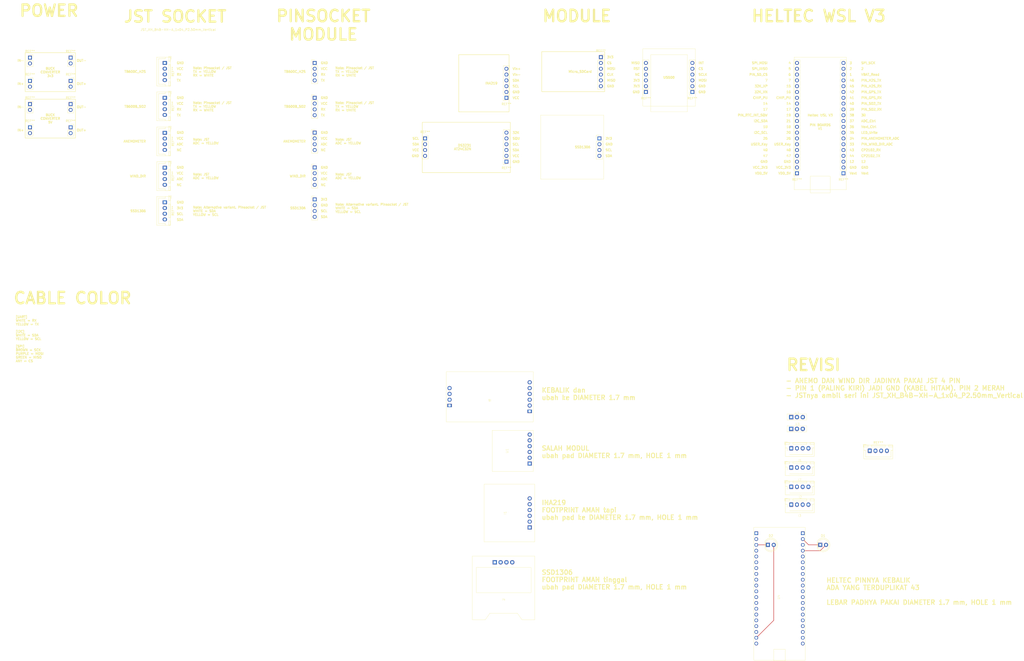
<source format=kicad_pcb>
(kicad_pcb (version 20241229) (generator "pcbnew") (generator_version "9.0")
  (layers (0 "F.Cu" signal) (2 "B.Cu" signal) (13 "F.Paste" user) (15 "B.Paste" user) (5 "F.SilkS" user "F.Silkscreen") (7 "B.SilkS" user "B.Silkscreen") (1 "F.Mask" user) (3 "B.Mask" user) (25 "Edge.Cuts" user))
  (net 0 "")
  (net 85 "Net-(D1-A)")
  (net 86 "Net-(D1-K)")
  (net 87 "Net-(D2-K)")
  (net 88 "Net-(D2-A)")
  (footprint "Custom Board:GPS" (layer "F.Cu") (at 222.23 297.33)
    (property "Reference" "I5" (at 0 1.1 0) (layer "F.SilkS") (effects (font (thickness 0.1))))
    (property "Value" "GPS")
    (pad "" np_thru_hole circle (at -5.35 -2.3) (size 1.2 1.2) (drill 1.2) (layers "*.Cu" "*.Mask"))
    (pad "1" thru_hole roundrect (at -3.75 -4.3) (size 1.7 1.95) (drill 1) (layers "*.Cu" "*.Mask") (roundrect_rratio 0.147059))
    (pad "2" thru_hole oval (at -1.25 -4.3) (size 1.7 1.95) (drill 1) (layers "*.Cu" "*.Mask"))
    (pad "3" thru_hole oval (at 1.25 -4.3) (size 1.7 1.95) (drill 0.95) (layers "*.Cu" "*.Mask"))
    (pad "4" thru_hole oval (at 3.75 -4.3) (size 1.7 1.95) (drill 0.95) (layers "*.Cu" "*.Mask"))
  )
  (footprint "Connector_PinSocket_2.54mm:PinSocket_1x06_P2.54mm_Vertical" (layer "F.Cu") (at 93.98 139.7 180)
    (property "Reference" "REF**" (at 0 -2.77 0) (layer "F.SilkS"))
    (property "Value" "PinSocket_1x06_P2.54mm_Vertical")
    (pad "1" thru_hole rect (at 0 0 180) (size 1.7 1.7) (drill 1) (layers "*.Cu" "*.Mask"))
    (pad "2" thru_hole circle (at 0 2.54 180) (size 1.7 1.7) (drill 1) (layers "*.Cu" "*.Mask"))
    (pad "3" thru_hole circle (at 0 5.08 180) (size 1.7 1.7) (drill 1) (layers "*.Cu" "*.Mask"))
    (pad "4" thru_hole circle (at 0 7.62 180) (size 1.7 1.7) (drill 1) (layers "*.Cu" "*.Mask"))
    (pad "5" thru_hole circle (at 0 10.16 180) (size 1.7 1.7) (drill 1) (layers "*.Cu" "*.Mask"))
    (pad "6" thru_hole circle (at 0 12.7 180) (size 1.7 1.7) (drill 1) (layers "*.Cu" "*.Mask"))
  )
  (footprint "Connector_PinSocket_2.54mm:PinSocket_1x20_P2.54mm_Vertical" (layer "F.Cu") (at 241.3 172.72 180)
    (property "Reference" "REF**" (at 0 -2.77 0) (layer "F.SilkS"))
    (property "Value" "PinSocket_1x20_P2.54mm_Vertical")
    (pad "1" thru_hole rect (at 0 0 180) (size 1.7 1.7) (drill 1) (layers "*.Cu" "*.Mask"))
    (pad "2" thru_hole circle (at 0 2.54 180) (size 1.7 1.7) (drill 1) (layers "*.Cu" "*.Mask"))
    (pad "3" thru_hole circle (at 0 5.08 180) (size 1.7 1.7) (drill 1) (layers "*.Cu" "*.Mask"))
    (pad "4" thru_hole circle (at 0 7.62 180) (size 1.7 1.7) (drill 1) (layers "*.Cu" "*.Mask"))
    (pad "5" thru_hole circle (at 0 10.16 180) (size 1.7 1.7) (drill 1) (layers "*.Cu" "*.Mask"))
    (pad "6" thru_hole circle (at 0 12.7 180) (size 1.7 1.7) (drill 1) (layers "*.Cu" "*.Mask"))
    (pad "7" thru_hole circle (at 0 15.24 180) (size 1.7 1.7) (drill 1) (layers "*.Cu" "*.Mask"))
    (pad "8" thru_hole circle (at 0 17.78 180) (size 1.7 1.7) (drill 1) (layers "*.Cu" "*.Mask"))
    (pad "9" thru_hole circle (at 0 20.32 180) (size 1.7 1.7) (drill 1) (layers "*.Cu" "*.Mask"))
    (pad "10" thru_hole circle (at 0 22.86 180) (size 1.7 1.7) (drill 1) (layers "*.Cu" "*.Mask"))
    (pad "11" thru_hole circle (at 0 25.4 180) (size 1.7 1.7) (drill 1) (layers "*.Cu" "*.Mask"))
    (pad "12" thru_hole circle (at 0 27.94 180) (size 1.7 1.7) (drill 1) (layers "*.Cu" "*.Mask"))
    (pad "13" thru_hole circle (at 0 30.48 180) (size 1.7 1.7) (drill 1) (layers "*.Cu" "*.Mask"))
    (pad "14" thru_hole circle (at 0 33.02 180) (size 1.7 1.7) (drill 1) (layers "*.Cu" "*.Mask"))
    (pad "15" thru_hole circle (at 0 35.56 180) (size 1.7 1.7) (drill 1) (layers "*.Cu" "*.Mask"))
    (pad "16" thru_hole circle (at 0 38.1 180) (size 1.7 1.7) (drill 1) (layers "*.Cu" "*.Mask"))
    (pad "17" thru_hole circle (at 0 40.64 180) (size 1.7 1.7) (drill 1) (layers "*.Cu" "*.Mask"))
    (pad "18" thru_hole circle (at 0 43.18 180) (size 1.7 1.7) (drill 1) (layers "*.Cu" "*.Mask"))
    (pad "19" thru_hole circle (at 0 45.72 180) (size 1.7 1.7) (drill 1) (layers "*.Cu" "*.Mask"))
    (pad "20" thru_hole circle (at 0 48.26 180) (size 1.7 1.7) (drill 1) (layers "*.Cu" "*.Mask"))
  )
  (footprint "Connector_PinHeader_2.54mm:PinHeader_1x04_P2.54mm_Vertical" (layer "F.Cu") (at 10.16 154.94)
    (property "Reference" "REF**" (hide yes))
    (property "Value" "PinHeader_1x04_P2.54mm_Vertical")
    (pad "1" thru_hole rect (at 0 0) (size 1.7 1.7) (drill 1) (layers "*.Cu" "*.Mask"))
    (pad "2" thru_hole circle (at 0 2.54) (size 1.7 1.7) (drill 1) (layers "*.Cu" "*.Mask"))
    (pad "3" thru_hole circle (at 0 5.08) (size 1.7 1.7) (drill 1) (layers "*.Cu" "*.Mask"))
    (pad "4" thru_hole circle (at 0 7.62) (size 1.7 1.7) (drill 1) (layers "*.Cu" "*.Mask"))
  )
  (footprint "Connector_JST:JST_XH_B4B-XH-A_1x04_P2.50mm_Vertical" (layer "F.Cu") (at -55.355 185.42 -90)
    (property "Reference" "REF**" (at 3.75 -3.55 90) (layer "F.SilkS"))
    (property "Value" "JST_XH_B4B-XH-A_1x04_P2.50mm_Vertical")
    (pad "1" thru_hole roundrect (at 0 0 270) (size 1.7 1.95) (drill 0.95) (layers "*.Cu" "*.Mask") (roundrect_rratio 0.147059))
    (pad "2" thru_hole oval (at 2.5 0 270) (size 1.7 1.95) (drill 0.95) (layers "*.Cu" "*.Mask"))
    (pad "3" thru_hole oval (at 5 0 270) (size 1.7 1.95) (drill 0.95) (layers "*.Cu" "*.Mask"))
    (pad "4" thru_hole oval (at 7.5 0 270) (size 1.7 1.95) (drill 0.95) (layers "*.Cu" "*.Mask"))
  )
  (footprint "Connector_JST:JST_XH_B4B-XH-A_1x04_P2.50mm_Vertical" (layer "F.Cu") (at -55.355 124.46 -90)
    (property "Reference" "REF**" (at 3.75 -3.55 90) (layer "F.SilkS"))
    (property "Value" "JST_XH_B4B-XH-A_1x04_P2.50mm_Vertical")
    (pad "1" thru_hole roundrect (at 0 0 270) (size 1.7 1.95) (drill 0.95) (layers "*.Cu" "*.Mask") (roundrect_rratio 0.147059))
    (pad "2" thru_hole oval (at 2.5 0 270) (size 1.7 1.95) (drill 0.95) (layers "*.Cu" "*.Mask"))
    (pad "3" thru_hole oval (at 5 0 270) (size 1.7 1.95) (drill 0.95) (layers "*.Cu" "*.Mask"))
    (pad "4" thru_hole oval (at 7.5 0 270) (size 1.7 1.95) (drill 0.95) (layers "*.Cu" "*.Mask"))
  )
  (footprint "Connector_PinSocket_2.54mm:PinSocket_1x20_P2.54mm_Vertical" (layer "F.Cu") (at 220.98 172.72 180)
    (property "Reference" "REF**" (at 0 -2.77 0) (layer "F.SilkS"))
    (property "Value" "PinSocket_1x20_P2.54mm_Vertical")
    (pad "1" thru_hole rect (at 0 0 180) (size 1.7 1.7) (drill 1) (layers "*.Cu" "*.Mask"))
    (pad "2" thru_hole circle (at 0 2.54 180) (size 1.7 1.7) (drill 1) (layers "*.Cu" "*.Mask"))
    (pad "3" thru_hole circle (at 0 5.08 180) (size 1.7 1.7) (drill 1) (layers "*.Cu" "*.Mask"))
    (pad "4" thru_hole circle (at 0 7.62 180) (size 1.7 1.7) (drill 1) (layers "*.Cu" "*.Mask"))
    (pad "5" thru_hole circle (at 0 10.16 180) (size 1.7 1.7) (drill 1) (layers "*.Cu" "*.Mask"))
    (pad "6" thru_hole circle (at 0 12.7 180) (size 1.7 1.7) (drill 1) (layers "*.Cu" "*.Mask"))
    (pad "7" thru_hole circle (at 0 15.24 180) (size 1.7 1.7) (drill 1) (layers "*.Cu" "*.Mask"))
    (pad "8" thru_hole circle (at 0 17.78 180) (size 1.7 1.7) (drill 1) (layers "*.Cu" "*.Mask"))
    (pad "9" thru_hole circle (at 0 20.32 180) (size 1.7 1.7) (drill 1) (layers "*.Cu" "*.Mask"))
    (pad "10" thru_hole circle (at 0 22.86 180) (size 1.7 1.7) (drill 1) (layers "*.Cu" "*.Mask"))
    (pad "11" thru_hole circle (at 0 25.4 180) (size 1.7 1.7) (drill 1) (layers "*.Cu" "*.Mask"))
    (pad "12" thru_hole circle (at 0 27.94 180) (size 1.7 1.7) (drill 1) (layers "*.Cu" "*.Mask"))
    (pad "13" thru_hole circle (at 0 30.48 180) (size 1.7 1.7) (drill 1) (layers "*.Cu" "*.Mask"))
    (pad "14" thru_hole circle (at 0 33.02 180) (size 1.7 1.7) (drill 1) (layers "*.Cu" "*.Mask"))
    (pad "15" thru_hole circle (at 0 35.56 180) (size 1.7 1.7) (drill 1) (layers "*.Cu" "*.Mask"))
    (pad "16" thru_hole circle (at 0 38.1 180) (size 1.7 1.7) (drill 1) (layers "*.Cu" "*.Mask"))
    (pad "17" thru_hole circle (at 0 40.64 180) (size 1.7 1.7) (drill 1) (layers "*.Cu" "*.Mask"))
    (pad "18" thru_hole circle (at 0 43.18 180) (size 1.7 1.7) (drill 1) (layers "*.Cu" "*.Mask"))
    (pad "19" thru_hole circle (at 0 45.72 180) (size 1.7 1.7) (drill 1) (layers "*.Cu" "*.Mask"))
    (pad "20" thru_hole circle (at 0 48.26 180) (size 1.7 1.7) (drill 1) (layers "*.Cu" "*.Mask"))
  )
  (footprint "Connector_JST:JST_XH_B4B-XH-A_1x04_P2.50mm_Vertical" (layer "F.Cu") (at -55.355 155.02 -90)
    (property "Reference" "REF**" (at 3.75 -3.55 90) (layer "F.SilkS"))
    (property "Value" "JST_XH_B4B-XH-A_1x04_P2.50mm_Vertical")
    (pad "1" thru_hole roundrect (at 0 0 270) (size 1.7 1.95) (drill 0.95) (layers "*.Cu" "*.Mask") (roundrect_rratio 0.147059))
    (pad "2" thru_hole oval (at 2.5 0 270) (size 1.7 1.95) (drill 0.95) (layers "*.Cu" "*.Mask"))
    (pad "3" thru_hole oval (at 5 0 270) (size 1.7 1.95) (drill 0.95) (layers "*.Cu" "*.Mask"))
    (pad "4" thru_hole oval (at 7.5 0 270) (size 1.7 1.95) (drill 0.95) (layers "*.Cu" "*.Mask"))
  )
  (footprint "Connector_PinSocket_2.54mm:PinSocket_1x04_P2.54mm_Vertical" (layer "F.Cu") (at 58.42 157.48)
    (property "Reference" "REF**" (at 0 -2.77 0) (layer "F.SilkS"))
    (property "Value" "PinSocket_1x04_P2.54mm_Vertical")
    (pad "1" thru_hole rect (at 0 0) (size 1.7 1.7) (drill 1) (layers "*.Cu" "*.Mask"))
    (pad "2" thru_hole circle (at 0 2.54) (size 1.7 1.7) (drill 1) (layers "*.Cu" "*.Mask"))
    (pad "3" thru_hole circle (at 0 5.08) (size 1.7 1.7) (drill 1) (layers "*.Cu" "*.Mask"))
    (pad "4" thru_hole circle (at 0 7.62) (size 1.7 1.7) (drill 1) (layers "*.Cu" "*.Mask"))
  )
  (footprint "Custom Board:SSD1306 On-board" (layer "F.Cu") (at 92.752519 354.181265)
    (property "Reference" "I4" (at 0 5 0) (layer "F.SilkS") (effects (font (thickness 0.1))))
    (property "Value" "SSD1306​")
    (pad "1" thru_hole rect (at -3.852519 -11.281265) (size 1.9 1.9) (drill 1) (layers "*.Cu" "*.Mask"))
    (pad "2" thru_hole circle (at -1.312519 -11.281265) (size 1.9 1.9) (drill 0.95) (layers "*.Cu" "*.Mask"))
    (pad "3" thru_hole circle (at 1.227481 -11.281265) (size 1.9 1.9) (drill 0.95) (layers "*.Cu" "*.Mask"))
    (pad "4" thru_hole circle (at 3.767481 -11.281265) (size 1.9 1.9) (drill 0.95) (layers "*.Cu" "*.Mask"))
  )
  (footprint "Connector_PinSocket_2.54mm:PinSocket_1x06_P2.54mm_Vertical" (layer "F.Cu") (at 135.255 121.92)
    (property "Reference" "REF**" (at 0 -2.77 0) (layer "F.SilkS"))
    (property "Value" "PinSocket_1x06_P2.54mm_Vertical")
    (pad "1" thru_hole rect (at 0 0) (size 1.7 1.7) (drill 1) (layers "*.Cu" "*.Mask"))
    (pad "2" thru_hole circle (at 0 2.54) (size 1.7 1.7) (drill 1) (layers "*.Cu" "*.Mask"))
    (pad "3" thru_hole circle (at 0 5.08) (size 1.7 1.7) (drill 1) (layers "*.Cu" "*.Mask"))
    (pad "4" thru_hole circle (at 0 7.62) (size 1.7 1.7) (drill 1) (layers "*.Cu" "*.Mask"))
    (pad "5" thru_hole circle (at 0 10.16) (size 1.7 1.7) (drill 1) (layers "*.Cu" "*.Mask"))
    (pad "6" thru_hole circle (at 0 12.7) (size 1.7 1.7) (drill 1) (layers "*.Cu" "*.Mask"))
  )
  (footprint "Connector_PinSocket_2.54mm:PinSocket_1x06_P2.54mm_Vertical" (layer "F.Cu") (at 93.98 167.64 180)
    (property "Reference" "REF**" (at 0 -2.77 0) (layer "F.SilkS"))
    (property "Value" "PinSocket_1x06_P2.54mm_Vertical")
    (pad "1" thru_hole rect (at 0 0 180) (size 1.7 1.7) (drill 1) (layers "*.Cu" "*.Mask"))
    (pad "2" thru_hole circle (at 0 2.54 180) (size 1.7 1.7) (drill 1) (layers "*.Cu" "*.Mask"))
    (pad "3" thru_hole circle (at 0 5.08 180) (size 1.7 1.7) (drill 1) (layers "*.Cu" "*.Mask"))
    (pad "4" thru_hole circle (at 0 7.62 180) (size 1.7 1.7) (drill 1) (layers "*.Cu" "*.Mask"))
    (pad "5" thru_hole circle (at 0 10.16 180) (size 1.7 1.7) (drill 1) (layers "*.Cu" "*.Mask"))
    (pad "6" thru_hole circle (at 0 12.7 180) (size 1.7 1.7) (drill 1) (layers "*.Cu" "*.Mask"))
  )
  (footprint "Connector_PinHeader_2.54mm:PinHeader_1x04_P2.54mm_Vertical" (layer "F.Cu") (at 10.16 139.7)
    (property "Reference" "REF**" (hide yes))
    (property "Value" "PinHeader_1x04_P2.54mm_Vertical")
    (pad "1" thru_hole rect (at 0 0) (size 1.7 1.7) (drill 1) (layers "*.Cu" "*.Mask"))
    (pad "2" thru_hole circle (at 0 2.54) (size 1.7 1.7) (drill 1) (layers "*.Cu" "*.Mask"))
    (pad "3" thru_hole circle (at 0 5.08) (size 1.7 1.7) (drill 1) (layers "*.Cu" "*.Mask"))
    (pad "4" thru_hole circle (at 0 7.62) (size 1.7 1.7) (drill 1) (layers "*.Cu" "*.Mask"))
  )
  (footprint "Connector_PinSocket_2.54mm:PinSocket_1x02_P2.54mm_Vertical" (layer "F.Cu") (at -96.52 152.61486)
    (property "Reference" "REF**" (at 0 -2.77 0) (layer "F.SilkS"))
    (property "Value" "PinSocket_1x02_P2.54mm_Vertical")
    (pad "1" thru_hole rect (at 0 0) (size 1.7 1.7) (drill 1) (layers "*.Cu" "*.Mask"))
    (pad "2" thru_hole circle (at 0 2.54) (size 1.7 1.7) (drill 1) (layers "*.Cu" "*.Mask"))
  )
  (footprint "Custom Board:GPS" (layer "F.Cu") (at 222.23 305.755)
    (property "Reference" "I7" (at 0 1.1 0) (layer "F.SilkS") (effects (font (thickness 0.1))))
    (property "Value" "GPS")
    (pad "" np_thru_hole circle (at -5.35 -2.3) (size 1.2 1.2) (drill 1.2) (layers "*.Cu" "*.Mask"))
    (pad "1" thru_hole roundrect (at -3.75 -4.3) (size 1.7 1.95) (drill 1) (layers "*.Cu" "*.Mask") (roundrect_rratio 0.147059))
    (pad "2" thru_hole oval (at -1.25 -4.3) (size 1.7 1.95) (drill 1) (layers "*.Cu" "*.Mask"))
    (pad "3" thru_hole oval (at 1.25 -4.3) (size 1.7 1.95) (drill 0.95) (layers "*.Cu" "*.Mask"))
    (pad "4" thru_hole oval (at 3.75 -4.3) (size 1.7 1.95) (drill 0.95) (layers "*.Cu" "*.Mask"))
  )
  (footprint "Connector_JST:JST_XH_B4B-XH-A_1x04_P2.50mm_Vertical" (layer "F.Cu") (at -55.355 170.26 -90)
    (property "Reference" "REF**" (at 3.75 -3.55 90) (layer "F.SilkS"))
    (property "Value" "JST_XH_B4B-XH-A_1x04_P2.50mm_Vertical")
    (pad "1" thru_hole roundrect (at 0 0 270) (size 1.7 1.95) (drill 0.95) (layers "*.Cu" "*.Mask") (roundrect_rratio 0.147059))
    (pad "2" thru_hole oval (at 2.5 0 270) (size 1.7 1.95) (drill 0.95) (layers "*.Cu" "*.Mask"))
    (pad "3" thru_hole oval (at 5 0 270) (size 1.7 1.95) (drill 0.95) (layers "*.Cu" "*.Mask"))
    (pad "4" thru_hole oval (at 7.5 0 270) (size 1.7 1.95) (drill 0.95) (layers "*.Cu" "*.Mask"))
  )
  (footprint "Connector_PinSocket_2.54mm:PinSocket_1x02_P2.54mm_Vertical" (layer "F.Cu") (at -114.3 132.29486)
    (property "Reference" "REF**" (at 0 -2.77 0) (layer "F.SilkS"))
    (property "Value" "PinSocket_1x02_P2.54mm_Vertical")
    (pad "1" thru_hole rect (at 0 0) (size 1.7 1.7) (drill 1) (layers "*.Cu" "*.Mask"))
    (pad "2" thru_hole circle (at 0 2.54) (size 1.7 1.7) (drill 1) (layers "*.Cu" "*.Mask"))
  )
  (footprint "LED_THT:LED_D5.0mm" (layer "F.Cu") (at 231.14 335.28)
    (property "Reference" "D1" (at 1.27 -3.96 0) (layer "F.SilkS"))
    (property "Value" "LED")
    (pad "1" thru_hole rect (at 0 0) (size 1.8 1.8) (drill 0.9) (layers "*.Cu" "*.Mask") (net 86 "Net-(D1-K)"))
    (pad "2" thru_hole circle (at 2.54 0) (size 1.8 1.8) (drill 0.9) (layers "*.Cu" "*.Mask") (net 85 "Net-(D1-A)"))
  )
  (footprint "Custom Board:Anemometer" (layer "F.Cu") (at 222.23704 279.445185)
    (property "Reference" "U2" (at -1.298238 -1.728933 0) (layer "F.SilkS") (effects (font (thickness 0.1))))
    (property "Value" "Anemometer")
    (pad "1" thru_hole rect (at -3.79704 -0.045185) (size 1.9 1.9) (drill 1) (layers "*.Cu" "*.Mask"))
    (pad "2" thru_hole circle (at -1.25704 -0.045185) (size 1.9 1.9) (drill 0.95) (layers "*.Cu" "*.Mask"))
    (pad "3" thru_hole circle (at 1.28296 -0.045185) (size 1.9 1.9) (drill 0.95) (layers "*.Cu" "*.Mask"))
  )
  (footprint "Custom Board:TB600B" (layer "F.Cu") (at 222.33 311.48)
    (property "Reference" "I2" (at 0.1 2.95 0) (layer "F.SilkS") (effects (font (thickness 0.1))))
    (property "Value" "TB600B SO2")
    (pad "" np_thru_hole circle (at -5.45 0.4) (size 1.2 1.2) (drill 1.2) (layers "*.Cu" "*.Mask"))
    (pad "1" thru_hole roundrect (at -3.85 -1.6) (size 1.7 1.95) (drill 1) (layers "*.Cu" "*.Mask") (roundrect_rratio 0.147059))
    (pad "2" thru_hole oval (at -1.35 -1.6) (size 1.7 1.95) (drill 1) (layers "*.Cu" "*.Mask"))
    (pad "3" thru_hole oval (at 1.15 -1.6) (size 1.7 1.95) (drill 0.95) (layers "*.Cu" "*.Mask"))
    (pad "4" thru_hole oval (at 3.65 -1.6) (size 1.7 1.95) (drill 0.95) (layers "*.Cu" "*.Mask"))
  )
  (footprint "LED_THT:LED_D5.0mm" (layer "F.Cu") (at 208.28 335.28)
    (property "Reference" "D2" (at 1.27 -3.96 0) (layer "F.SilkS"))
    (property "Value" "LED")
    (pad "1" thru_hole rect (at 0 0) (size 1.8 1.8) (drill 0.9) (layers "*.Cu" "*.Mask") (net 87 "Net-(D2-K)"))
    (pad "2" thru_hole circle (at 2.54 0) (size 1.8 1.8) (drill 0.9) (layers "*.Cu" "*.Mask") (net 88 "Net-(D2-A)"))
  )
  (footprint "Connector_PinSocket_2.54mm:PinSocket_1x02_P2.54mm_Vertical" (layer "F.Cu") (at -114.3 122.13486)
    (property "Reference" "REF**" (at 0 -2.77 0) (layer "F.SilkS"))
    (property "Value" "PinSocket_1x02_P2.54mm_Vertical")
    (pad "1" thru_hole rect (at 0 0) (size 1.7 1.7) (drill 1) (layers "*.Cu" "*.Mask"))
    (pad "2" thru_hole circle (at 0 2.54) (size 1.7 1.7) (drill 1) (layers "*.Cu" "*.Mask"))
  )
  (footprint "Connector_PinSocket_2.54mm:PinSocket_1x02_P2.54mm_Vertical" (layer "F.Cu") (at -96.52 142.45486)
    (property "Reference" "REF**" (at 0 -2.77 0) (layer "F.SilkS"))
    (property "Value" "PinSocket_1x02_P2.54mm_Vertical")
    (pad "1" thru_hole rect (at 0 0) (size 1.7 1.7) (drill 1) (layers "*.Cu" "*.Mask"))
    (pad "2" thru_hole circle (at 0 2.54) (size 1.7 1.7) (drill 1) (layers "*.Cu" "*.Mask"))
  )
  (footprint "Custom Board:SPI SD Card" (layer "F.Cu") (at 96.746578 294.168712 90)
    (property "Reference" "U1" (at 0 -2.5 90) (layer "F.SilkS") (effects (font (thickness 0.1))))
    (property "Value" "SPI SD-CARD")
    (pad "1" thru_hole rect (at -5.551288 7.393422 90) (size 1.8 1.8) (drill 0.95) (layers "*.Cu" "*.Mask"))
    (pad "2" thru_hole circle (at -3.011288 7.393422 90) (size 1.8 1.8) (drill 0.95) (layers "*.Cu" "*.Mask"))
    (pad "3" thru_hole circle (at -0.471288 7.393422 90) (size 1.8 1.8) (drill 0.95) (layers "*.Cu" "*.Mask"))
    (pad "4" thru_hole circle (at 2.068712 7.393422 90) (size 1.8 1.8) (drill 0.95) (layers "*.Cu" "*.Mask"))
    (pad "5" thru_hole circle (at 4.608712 7.393422 90) (size 1.8 1.8) (drill 0.95) (layers "*.Cu" "*.Mask"))
    (pad "6" thru_hole circle (at 7.148712 7.393422 90) (size 1.8 1.8) (drill 0.95) (layers "*.Cu" "*.Mask"))
  )
  (footprint "Connector_PinHeader_2.54mm:PinHeader_1x04_P2.54mm_Vertical" (layer "F.Cu") (at 134.62 157.48)
    (property "Reference" "REF**" (hide yes))
    (property "Value" "PinHeader_1x04_P2.54mm_Vertical")
    (pad "1" thru_hole rect (at 0 0) (size 1.7 1.7) (drill 1) (layers "*.Cu" "*.Mask"))
    (pad "2" thru_hole circle (at 0 2.54) (size 1.7 1.7) (drill 1) (layers "*.Cu" "*.Mask"))
    (pad "3" thru_hole circle (at 0 5.08) (size 1.7 1.7) (drill 1) (layers "*.Cu" "*.Mask"))
    (pad "4" thru_hole circle (at 0 7.62) (size 1.7 1.7) (drill 1) (layers "*.Cu" "*.Mask"))
  )
  (footprint "Connector_PinHeader_2.54mm:PinHeader_1x04_P2.54mm_Vertical" (layer "F.Cu") (at 10.16 124.46)
    (property "Reference" "REF**" (hide yes))
    (property "Value" "PinHeader_1x04_P2.54mm_Vertical")
    (pad "1" thru_hole rect (at 0 0) (size 1.7 1.7) (drill 1) (layers "*.Cu" "*.Mask"))
    (pad "2" thru_hole circle (at 0 2.54) (size 1.7 1.7) (drill 1) (layers "*.Cu" "*.Mask"))
    (pad "3" thru_hole circle (at 0 5.08) (size 1.7 1.7) (drill 1) (layers "*.Cu" "*.Mask"))
    (pad "4" thru_hole circle (at 0 7.62) (size 1.7 1.7) (drill 1) (layers "*.Cu" "*.Mask"))
  )
  (footprint "Connector_PinSocket_2.54mm:PinSocket_1x02_P2.54mm_Vertical" (layer "F.Cu") (at -96.52 132.29486)
    (property "Reference" "REF**" (at 0 -2.77 0) (layer "F.SilkS"))
    (property "Value" "PinSocket_1x02_P2.54mm_Vertical")
    (pad "1" thru_hole rect (at 0 0) (size 1.7 1.7) (drill 1) (layers "*.Cu" "*.Mask"))
    (pad "2" thru_hole circle (at 0 2.54) (size 1.7 1.7) (drill 1) (layers "*.Cu" "*.Mask"))
  )
  (footprint "Connector_PinSocket_2.54mm:PinSocket_1x02_P2.54mm_Vertical" (layer "F.Cu") (at -96.52 122.13486)
    (property "Reference" "REF**" (at 0 -2.77 0) (layer "F.SilkS"))
    (property "Value" "PinSocket_1x02_P2.54mm_Vertical")
    (pad "1" thru_hole rect (at 0 0) (size 1.7 1.7) (drill 1) (layers "*.Cu" "*.Mask"))
    (pad "2" thru_hole circle (at 0 2.54) (size 1.7 1.7) (drill 1) (layers "*.Cu" "*.Mask"))
  )
  (footprint "Custom Board:DS3231" (layer "F.Cu") (at 85.39 270.44 180)
    (property "Reference" "I6" (at -1.32 -1.584507 180) (layer "F.SilkS") (effects (font (thickness 0.1))))
    (property "Value" "DS3231​")
    (pad "1" thru_hole rect (at -18.75 -6.42 180) (size 2 1.47) (drill 1) (layers "*.Cu" "*.Mask"))
    (pad "2" thru_hole circle (at -18.75 -3.88 180) (size 1.8 1.8) (drill 1) (layers "*.Cu" "*.Mask"))
    (pad "3" thru_hole circle (at -18.75 -1.34 180) (size 1.8 1.8) (drill 1) (layers "*.Cu" "*.Mask"))
    (pad "4" thru_hole circle (at -18.75 1.2 180) (size 1.8 1.8) (drill 1) (layers "*.Cu" "*.Mask"))
    (pad "5" thru_hole circle (at -18.75 3.74 180) (size 1.8 1.8) (drill 1) (layers "*.Cu" "*.Mask"))
    (pad "6" thru_hole circle (at -18.75 6.28 180) (size 1.8 1.8) (drill 1) (layers "*.Cu" "*.Mask"))
    (pad "7" thru_hole rect (at 16.275 -3.880001 180) (size 2 1.47) (drill 1) (layers "*.Cu" "*.Mask"))
    (pad "8" thru_hole circle (at 16.275 -1.340001 180) (size 1.8 1.8) (drill 1) (layers "*.Cu" "*.Mask"))
    (pad "9" thru_hole circle (at 16.275 1.199999 180) (size 1.8 1.8) (drill 1) (layers "*.Cu" "*.Mask"))
    (pad "10" thru_hole circle (at 16.275 3.739999 180) (size 1.8 1.8) (drill 1) (layers "*.Cu" "*.Mask"))
  )
  (footprint "Custom Board:HELTEC WSL V3 JP" (layer "F.Cu") (at 214.5 358.14 90)
    (property "Reference" "U4" (at 0 -1.5 90) (layer "F.SilkS") (effects (font (thickness 0.1))))
    (property "Value" "Heltec WSL V3 JP")
    (pad "1" thru_hole rect (at 27.94 9.02 90) (size 1.6 1.6) (drill 1) (layers "*.Cu" "*.Mask"))
    (pad "2" thru_hole circle (at 25.4 9.02 90) (size 1.6 1.6) (drill 1) (layers "*.Cu" "*.Mask") (net 86 "Net-(D1-K)"))
    (pad "3" thru_hole circle (at 22.86 9.02 90) (size 1.6 1.6) (drill 1) (layers "*.Cu" "*.Mask"))
    (pad "4" thru_hole circle (at 20.32 9.02 90) (size 1.6 1.6) (drill 1) (layers "*.Cu" "*.Mask") (net 85 "Net-(D1-A)"))
    (pad "5" thru_hole circle (at 17.78 9.02 90) (size 1.6 1.6) (drill 1) (layers "*.Cu" "*.Mask"))
    (pad "6" thru_hole circle (at 15.24 9.02 90) (size 1.6 1.6) (drill 1) (layers "*.Cu" "*.Mask"))
    (pad "7" thru_hole circle (at 12.7 9.02 90) (size 1.6 1.6) (drill 1) (layers "*.Cu" "*.Mask"))
    (pad "8" thru_hole circle (at 10.16 9.02 90) (size 1.6 1.6) (drill 1) (layers "*.Cu" "*.Mask"))
    (pad "9" thru_hole circle (at 7.62 9.02 90) (size 1.6 1.6) (drill 1) (layers "*.Cu" "*.Mask"))
    (pad "10" thru_hole circle (at 5.08 9.02 90) (size 1.6 1.6) (drill 1) (layers "*.Cu" "*.Mask"))
    (pad "11" thru_hole circle (at 2.54 9.02 90) (size 1.6 1.6) (drill 1) (layers "*.Cu" "*.Mask"))
    (pad "12" thru_hole circle (at 0 9.02 90) (size 1.6 1.6) (drill 1) (layers "*.Cu" "*.Mask"))
    (pad "13" thru_hole circle (at -2.54 9.02 90) (size 1.6 1.6) (drill 1) (layers "*.Cu" "*.Mask"))
    (pad "14" thru_hole circle (at -5.08 9.02 90) (size 1.6 1.6) (drill 1) (layers "*.Cu" "*.Mask"))
    (pad "15" thru_hole circle (at -7.62 9.02 90) (size 1.6 1.6) (drill 1) (layers "*.Cu" "*.Mask"))
    (pad "16" thru_hole circle (at -10.16 9.02 90) (size 1.6 1.6) (drill 1) (layers "*.Cu" "*.Mask"))
    (pad "17" thru_hole circle (at -12.7 9.02 90) (size 1.6 1.6) (drill 1) (layers "*.Cu" "*.Mask"))
    (pad "18" thru_hole circle (at -15.24 9.02 90) (size 1.6 1.6) (drill 1) (layers "*.Cu" "*.Mask"))
    (pad "19" thru_hole circle (at -17.78 9.02 90) (size 1.6 1.6) (drill 1) (layers "*.Cu" "*.Mask"))
    (pad "20" thru_hole circle (at -20.32 9.02 90) (size 1.6 1.6) (drill 1) (layers "*.Cu" "*.Mask"))
    (pad "21" thru_hole rect (at 27.94 -11.3 90) (size 1.6 1.6) (drill 1) (layers "*.Cu" "*.Mask"))
    (pad "22" thru_hole circle (at 25.4 -11.3 90) (size 1.6 1.6) (drill 1) (layers "*.Cu" "*.Mask"))
    (pad "23" thru_hole circle (at 22.86 -11.3 90) (size 1.6 1.6) (drill 1) (layers "*.Cu" "*.Mask") (net 87 "Net-(D2-K)"))
    (pad "24" thru_hole circle (at 20.32 -11.3 90) (size 1.6 1.6) (drill 1) (layers "*.Cu" "*.Mask"))
    (pad "25" thru_hole circle (at 17.78 -11.3 90) (size 1.6 1.6) (drill 1) (layers "*.Cu" "*.Mask"))
    (pad "26" thru_hole circle (at 15.24 -11.3 90) (size 1.6 1.6) (drill 1) (layers "*.Cu" "*.Mask"))
    (pad "27" thru_hole circle (at 12.7 -11.3 90) (size 1.6 1.6) (drill 1) (layers "*.Cu" "*.Mask"))
    (pad "28" thru_hole circle (at 10.16 -11.3 90) (size 1.6 1.6) (drill 1) (layers "*.Cu" "*.Mask"))
    (pad "29" thru_hole circle (at 7.62 -11.3 90) (size 1.6 1.6) (drill 1) (layers "*.Cu" "*.Mask"))
    (pad "30" thru_hole circle (at 5.08 -11.3 90) (size 1.6 1.6) (drill 1) (layers "*.Cu" "*.Mask"))
    (pad "31" thru_hole circle (at 2.54 -11.3 90) (size 1.6 1.6) (drill 1) (layers "*.Cu" "*.Mask"))
    (pad "32" thru_hole circle (at 0 -11.3 90) (size 1.6 1.6) (drill 1) (layers "*.Cu" "*.Mask"))
    (pad "33" thru_hole circle (at -2.54 -11.3 90) (size 1.6 1.6) (drill 1) (layers "*.Cu" "*.Mask"))
    (pad "34" thru_hole circle (at -5.08 -11.3 90) (size 1.6 1.6) (drill 1) (layers "*.Cu" "*.Mask"))
    (pad "35" thru_hole circle (at -7.62 -11.3 90) (size 1.6 1.6) (drill 1) (layers "*.Cu" "*.Mask"))
    (pad "36" thru_hole circle (at -10.16 -11.3 90) (size 1.6 1.6) (drill 1) (layers "*.Cu" "*.Mask"))
    (pad "37" thru_hole circle (at -12.7 -11.3 90) (size 1.6 1.6) (drill 1) (layers "*.Cu" "*.Mask"))
    (pad "38" thru_hole circle (at -15.24 -11.3 90) (size 1.6 1.6) (drill 1) (layers "*.Cu" "*.Mask"))
    (pad "39" thru_hole circle (at -17.78 -11.3 90) (size 1.6 1.6) (drill 1) (layers "*.Cu" "*.Mask") (net 88 "Net-(D2-A)"))
    (pad "40" thru_hole circle (at -20.32 -11.3 90) (size 1.6 1.6) (drill 1) (layers "*.Cu" "*.Mask"))
  )
  (footprint "Custom Board:INA219" (layer "F.Cu") (at 95.394127 321.321154 90)
    (property "Reference" "I1" (at 0 -2 90) (layer "F.SilkS") (effects (font (thickness 0.1))))
    (property "Value" "INA219")
    (pad "1" thru_hole rect (at -6.338846 8.745873 90) (size 1.8 1.8) (drill 1) (layers "*.Cu" "*.Mask"))
    (pad "2" thru_hole circle (at -3.798846 8.745873 90) (size 1.8 1.8) (drill 1) (layers "*.Cu" "*.Mask"))
    (pad "3" thru_hole circle (at -1.258846 8.745873 90) (size 1.8 1.8) (drill 1) (layers "*.Cu" "*.Mask"))
    (pad "4" thru_hole circle (at 1.281154 8.745873 90) (size 1.8 1.8) (drill 1) (layers "*.Cu" "*.Mask"))
    (pad "5" thru_hole circle (at 3.821154 8.745873 90) (size 1.8 1.8) (drill 1) (layers "*.Cu" "*.Mask"))
    (pad "6" thru_hole circle (at 6.361154 8.745873 90) (size 1.8 1.8) (drill 1) (layers "*.Cu" "*.Mask"))
  )
  (footprint "Connector_PinSocket_2.54mm:PinSocket_1x02_P2.54mm_Vertical" (layer "F.Cu") (at -114.3 142.45486)
    (property "Reference" "REF**" (at 0 -2.77 0) (layer "F.SilkS"))
    (property "Value" "PinSocket_1x02_P2.54mm_Vertical")
    (pad "1" thru_hole rect (at 0 0) (size 1.7 1.7) (drill 1) (layers "*.Cu" "*.Mask"))
    (pad "2" thru_hole circle (at 0 2.54) (size 1.7 1.7) (drill 1) (layers "*.Cu" "*.Mask"))
  )
  (footprint "Custom Board:Wind Direction" (layer "F.Cu") (at 222.23704 284.571496)
    (property "Reference" "U3" (at -1.1 -2.15 0) (layer "F.SilkS") (effects (font (thickness 0.1))))
    (property "Value" "Wind Direction")
    (pad "1" thru_hole rect (at -3.79704 -0.045185) (size 1.9 1.9) (drill 1) (layers "*.Cu" "*.Mask"))
    (pad "2" thru_hole circle (at -1.25704 -0.045185) (size 1.9 1.9) (drill 0.95) (layers "*.Cu" "*.Mask"))
    (pad "3" thru_hole circle (at 1.28296 -0.045185) (size 1.9 1.9) (drill 0.95) (layers "*.Cu" "*.Mask"))
  )
  (footprint "Custom Board:TB600C" (layer "F.Cu") (at 222.155 319.28)
    (property "Reference" "I3" (at 0 3.2 0) (layer "F.SilkS") (effects (font (thickness 0.1))))
    (property "Value" "TB600C H2S")
    (pad "" np_thru_hole circle (at -5.275 0.4) (size 1.2 1.2) (drill 1.2) (layers "*.Cu" "*.Mask"))
    (pad "1" thru_hole roundrect (at -3.675 -1.6) (size 1.7 1.95) (drill 1) (layers "*.Cu" "*.Mask") (roundrect_rratio 0.147059))
    (pad "2" thru_hole oval (at -1.175 -1.6) (size 1.7 1.95) (drill 1) (layers "*.Cu" "*.Mask"))
    (pad "3" thru_hole oval (at 1.325 -1.6) (size 1.7 1.95) (drill 0.95) (layers "*.Cu" "*.Mask"))
    (pad "4" thru_hole oval (at 3.825 -1.6) (size 1.7 1.95) (drill 0.95) (layers "*.Cu" "*.Mask"))
  )
  (footprint "Connector_PinSocket_2.54mm:PinSocket_1x06_P2.54mm_Vertical" (layer "F.Cu") (at 175.26 137.16 180)
    (property "Reference" "REF**" (at 0 -2.77 0) (layer "F.SilkS"))
    (property "Value" "PinSocket_1x06_P2.54mm_Vertical")
    (pad "1" thru_hole rect (at 0 0 180) (size 1.7 1.7) (drill 1) (layers "*.Cu" "*.Mask"))
    (pad "2" thru_hole circle (at 0 2.54 180) (size 1.7 1.7) (drill 1) (layers "*.Cu" "*.Mask"))
    (pad "3" thru_hole circle (at 0 5.08 180) (size 1.7 1.7) (drill 1) (layers "*.Cu" "*.Mask"))
    (pad "4" thru_hole circle (at 0 7.62 180) (size 1.7 1.7) (drill 1) (layers "*.Cu" "*.Mask"))
    (pad "5" thru_hole circle (at 0 10.16 180) (size 1.7 1.7) (drill 1) (layers "*.Cu" "*.Mask"))
    (pad "6" thru_hole circle (at 0 12.7 180) (size 1.7 1.7) (drill 1) (layers "*.Cu" "*.Mask"))
  )
  (footprint "Connector_JST:JST_XH_B4B-XH-A_1x04_P2.50mm_Vertical" (layer "F.Cu") (at -55.355 139.7 -90)
    (property "Reference" "REF**" (at 3.75 -3.55 90) (layer "F.SilkS"))
    (property "Value" "JST_XH_B4B-XH-A_1x04_P2.50mm_Vertical")
    (pad "1" thru_hole roundrect (at 0 0 270) (size 1.7 1.95) (drill 0.95) (layers "*.Cu" "*.Mask") (roundrect_rratio 0.147059))
    (pad "2" thru_hole oval (at 2.5 0 270) (size 1.7 1.95) (drill 0.95) (layers "*.Cu" "*.Mask"))
    (pad "3" thru_hole oval (at 5 0 270) (size 1.7 1.95) (drill 0.95) (layers "*.Cu" "*.Mask"))
    (pad "4" thru_hole oval (at 7.5 0 270) (size 1.7 1.95) (drill 0.95) (layers "*.Cu" "*.Mask"))
  )
  (footprint "Connector_PinHeader_2.54mm:PinHeader_1x04_P2.54mm_Vertical" (layer "F.Cu") (at 10.16 184.15)
    (property "Reference" "REF**" (hide yes))
    (property "Value" "PinHeader_1x04_P2.54mm_Vertical")
    (pad "1" thru_hole rect (at 0 0) (size 1.7 1.7) (drill 1) (layers "*.Cu" "*.Mask"))
    (pad "2" thru_hole circle (at 0 2.54) (size 1.7 1.7) (drill 1) (layers "*.Cu" "*.Mask"))
    (pad "3" thru_hole circle (at 0 5.08) (size 1.7 1.7) (drill 1) (layers "*.Cu" "*.Mask"))
    (pad "4" thru_hole circle (at 0 7.62) (size 1.7 1.7) (drill 1) (layers "*.Cu" "*.Mask"))
  )
  (footprint "Connector_PinHeader_2.54mm:PinHeader_1x04_P2.54mm_Vertical" (layer "F.Cu") (at 10.16 170.18)
    (property "Reference" "REF**" (hide yes))
    (property "Value" "PinHeader_1x04_P2.54mm_Vertical")
    (pad "1" thru_hole rect (at 0 0) (size 1.7 1.7) (drill 1) (layers "*.Cu" "*.Mask"))
    (pad "2" thru_hole circle (at 0 2.54) (size 1.7 1.7) (drill 1) (layers "*.Cu" "*.Mask"))
    (pad "3" thru_hole circle (at 0 5.08) (size 1.7 1.7) (drill 1) (layers "*.Cu" "*.Mask"))
    (pad "4" thru_hole circle (at 0 7.62) (size 1.7 1.7) (drill 1) (layers "*.Cu" "*.Mask"))
  )
  (footprint "Connector_PinSocket_2.54mm:PinSocket_1x06_P2.54mm_Vertical" (layer "F.Cu") (at 154.94 137.16 180)
    (property "Reference" "REF**" (at 0 -2.77 0) (layer "F.SilkS"))
    (property "Value" "PinSocket_1x06_P2.54mm_Vertical")
    (pad "1" thru_hole rect (at 0 0 180) (size 1.7 1.7) (drill 1) (layers "*.Cu" "*.Mask"))
    (pad "2" thru_hole circle (at 0 2.54 180) (size 1.7 1.7) (drill 1) (layers "*.Cu" "*.Mask"))
    (pad "3" thru_hole circle (at 0 5.08 180) (size 1.7 1.7) (drill 1) (layers "*.Cu" "*.Mask"))
    (pad "4" thru_hole circle (at 0 7.62 180) (size 1.7 1.7) (drill 1) (layers "*.Cu" "*.Mask"))
    (pad "5" thru_hole circle (at 0 10.16 180) (size 1.7 1.7) (drill 1) (layers "*.Cu" "*.Mask"))
    (pad "6" thru_hole circle (at 0 12.7 180) (size 1.7 1.7) (drill 1) (layers "*.Cu" "*.Mask"))
  )
  (footprint "Connector_PinSocket_2.54mm:PinSocket_1x02_P2.54mm_Vertical" (layer "F.Cu") (at -114.3 152.61486)
    (property "Reference" "REF**" (at 0 -2.77 0) (layer "F.SilkS"))
    (property "Value" "PinSocket_1x02_P2.54mm_Vertical")
    (pad "1" thru_hole rect (at 0 0) (size 1.7 1.7) (drill 1) (layers "*.Cu" "*.Mask"))
    (pad "2" thru_hole circle (at 0 2.54) (size 1.7 1.7) (drill 1) (layers "*.Cu" "*.Mask"))
  )
  (footprint "Connector_JST:JST_XH_B4B-XH-A_1x04_P2.50mm_Vertical" (layer "F.Cu") (at 252.79 294.115)
    (property "Reference" "REF**" (at 3.75 -3.55 0) (layer "F.SilkS"))
    (property "Value" "JST_XH_B4B-XH-A_1x04_P2.50mm_Vertical")
    (pad "1" thru_hole roundrect (at 0 0) (size 1.7 1.95) (drill 0.95) (layers "*.Cu" "*.Mask") (roundrect_rratio 0.147059))
    (pad "2" thru_hole oval (at 2.5 0) (size 1.7 1.95) (drill 0.95) (layers "*.Cu" "*.Mask"))
    (pad "3" thru_hole oval (at 5 0) (size 1.7 1.95) (drill 0.95) (layers "*.Cu" "*.Mask"))
    (pad "4" thru_hole oval (at 7.5 0) (size 1.7 1.95) (drill 0.95) (layers "*.Cu" "*.Mask"))
  )
  (gr_rect (start 57.205 150.43) (end 95.705 172.43) (stroke (width 0.2)) (fill no) (layer "F.SilkS"))
  (gr_rect (start 226.79 173.99) (end 235.49 181.29) (stroke (width 0.1)) (fill no) (layer "F.SilkS"))
  (gr_rect (start -116.41 119.98486) (end -94.41 136.98486) (stroke (width 0.2)) (fill no) (layer "F.SilkS"))
  (gr_rect (start -116.41 140.30486) (end -94.41 157.30486) (stroke (width 0.2)) (fill no) (layer "F.SilkS"))
  (gr_rect (start 73.12 120.85) (end 95.12 145.85) (stroke (width 0.2)) (fill no) (layer "F.SilkS"))
  (gr_rect (start 153.6 118.31) (end 176.6 143.31) (stroke (width 0.1)) (fill no) (layer "F.SilkS"))
  (gr_rect (start 157.1 120.85) (end 173.1 145.85) (stroke (width 0.1)) (fill no) (layer "F.SilkS"))
  (gr_rect (start 109.43 119.52) (end 136.93 137.02) (stroke (width 0.2)) (fill no) (layer "F.SilkS"))
  (gr_rect (start 219.735572 121.94) (end 242.57 179.94) (stroke (width 0.1)) (fill no) (layer "F.SilkS"))
  (gr_rect (start 108.925 147.29) (end 136.525 175.29) (stroke (width 0.1)) (fill no) (layer "F.SilkS"))
  (gr_text "GND" (at 218.44 167.64 0) (layer "F.SilkS") (effects (font (size 1 1) (thickness 0.25) (bold yes)) (justify right)))
  (gr_text "HELTEC PINNYA KEBALIK\nADA YANG TERDUPLIKAT 43\n\nLEBAR PADNYA PAKAI DIAMETER 1.7 mm, HOLE 1 mm" (at 233.68 355.6 0) (layer "F.SilkS") (effects (font (size 2 2) (thickness 0.4) (bold yes)) (justify left)))
  (gr_text "GND" (at 137.16 160.02 0) (layer "F.SilkS") (effects (font (size 1 1) (thickness 0.25) (bold yes)) (justify left)))
  (gr_text "26" (at 218.44 157.48 0) (layer "F.SilkS") (effects (font (size 1 1) (thickness 0.25) (bold yes)) (justify right)))
  (gr_text "MISO" (at 152.4 124.46 0) (layer "F.SilkS") (effects (font (size 1 1) (thickness 0.25) (bold yes)) (justify right)))
  (gr_text "Note: Pinsocket / JST\nTX = YELLOW\nRX = WHITE" (at 19.05 143.51 0) (layer "F.SilkS") (effects (font (size 1 1) (thickness 0.25) (bold yes)) (justify left)))
  (gr_text "GND" (at 12.7 139.7 0) (layer "F.SilkS") (effects (font (size 1 1) (thickness 0.25) (bold yes)) (justify left)))
  (gr_text "NC" (at -50.275 162.56 0) (layer "F.SilkS") (effects (font (size 1 1) (thickness 0.25) (bold yes)) (justify left)))
  (gr_text "SCL" (at 12.7 189.23 0) (layer "F.SilkS") (effects (font (size 1 1) (thickness 0.25) (bold yes)) (justify left)))
  (gr_text "Micro_SDCard" (at 131.445 128.245 0) (layer "F.SilkS") (effects (font (size 1 1) (thickness 0.25) (bold yes)) (justify right)))
  (gr_text "7" (at 208.28 132.08 0) (layer "F.SilkS") (effects (font (size 1 1) (thickness 0.25) (bold yes)) (justify right)))
  (gr_text "MOSI" (at 137.795 127 0) (layer "F.SilkS") (effects (font (size 1 1) (thickness 0.25) (bold yes)) (justify left)))
  (gr_text "3V3" (at 152.4 134.62 0) (layer "F.SilkS") (effects (font (size 1 1) (thickness 0.25) (bold yes)) (justify right)))
  (gr_text "GND" (at 208.28 167.64 0) (layer "F.SilkS") (effects (font (size 1 1) (thickness 0.25) (bold yes)) (justify right)))
  (gr_text "3V3" (at -50.275 187.96 0) (layer "F.SilkS") (effects (font (size 1 1) (thickness 0.25) (bold yes)) (justify left)))
  (gr_text "SALAH MODUL\nubah pad DIAMETER 1.7 mm, HOLE 1 mm" (at 109.22 294.64 0) (layer "F.SilkS") (effects (font (size 2 2) (thickness 0.4) (bold yes)) (justify left)))
  (gr_text "VCC" (at 55.88 162.56 0) (layer "F.SilkS") (effects (font (size 1 1) (thickness 0.25) (bold yes)) (justify right)))
  (gr_text "CS" (at 137.795 124.46 0) (layer "F.SilkS") (effects (font (size 1 1) (thickness 0.25) (bold yes)) (justify left)))
  (gr_text "VCC" (at 96.52 165.125 0) (layer "F.SilkS") (effects (font (size 1 1) (thickness 0.25) (bold yes)) (justify left)))
  (gr_text "SCL" (at -50.275 190.5 0) (layer "F.SilkS") (effects (font (size 1 1) (thickness 0.25) (bold yes)) (justify left)))
  (gr_text "GND" (at 12.7 186.69 0) (layer "F.SilkS") (effects (font (size 1 1) (thickness 0.25) (bold yes)) (justify left)))
  (gr_text "Vin+" (at 96.52 127.025 0) (layer "F.SilkS") (effects (font (size 1 1) (thickness 0.25) (bold yes)) (justify left)))
  (gr_text "ANEMOMETER" (at -63.5 158.75 0) (layer "F.SilkS") (effects (font (size 1 1) (thickness 0.25) (bold yes)) (justify right)))
  (gr_text "REVISI" (at 215.9 256.54 0) (layer "F.SilkS") (effects (font (size 5 5) (thickness 1) (bold yes)) (justify left)))
  (gr_text "34" (at 243.84 157.48 0) (layer "F.SilkS") (effects (font (size 1 1) (thickness 0.25) (bold yes)) (justify left)))
  (gr_text "NC" (at -50.275 177.8 0) (layer "F.SilkS") (effects (font (size 1 1) (thickness 0.25) (bold yes)) (justify left)))
  (gr_text "12" (at 243.84 167.64 0) (layer "F.SilkS") (effects (font (size 1 1) (thickness 0.25) (bold yes)) (justify left)))
  (gr_text "38" (at 248.92 147.32 0) (layer "F.SilkS") (effects (font (size 1 1) (thickness 0.25) (bold yes)) (justify left)))
  (gr_text "PIN_H2S_TX" (at 248.92 132.08 0) (layer "F.SilkS") (effects (font (size 1 1) (thickness 0.25) (bold yes)) (justify left)))
  (gr_text "HELTEC WSL V3" (at 200.66 103.92514 0) (layer "F.SilkS") (effects (font (size 5 5) (thickness 1) (bold yes)) (justify left)))
  (gr_text "Note: Pinsocket / JST\nTX = YELLOW\nRX = WHITE" (at -43.18 143.51 0) (layer "F.SilkS") (effects (font (size 1 1) (thickness 0.25) (bold yes)) (justify left)))
  (gr_text "JST SOCKET" (at -50.8 104.14 0) (layer "F.SilkS") (effects (font (size 5 5) (thickness 1) (bold yes))))
  (gr_text "1" (at 243.84 129.54 0) (layer "F.SilkS") (effects (font (size 1 1) (thickness 0.25) (bold yes)) (justify left)))
  (gr_text "GND" (at 243.84 170.18 0) (layer "F.SilkS") (effects (font (size 1 1) (thickness 0.25) (bold yes)) (justify left)))
  (gr_text "37" (at 243.84 149.86 0) (layer "F.SilkS") (effects (font (size 1 1) (thickness 0.25) (bold yes)) (justify left)))
  (gr_text "VCC" (at 12.7 157.48 0) (layer "F.SilkS") (effects (font (size 1 1) (thickness 0.25) (bold yes)) (justify left)))
  (gr_text "Vext" (at 248.92 172.72 0) (layer "F.SilkS") (effects (font (size 1 1) (thickness 0.25) (bold yes)) (justify left)))
  (gr_text "GND" (at 248.92 170.18 0) (layer "F.SilkS") (effects (font (size 1 1) (thickness 0.25) (bold yes)) (justify left)))
  (gr_text "TX" (at -50.275 147.32 0) (layer "F.SilkS") (effects (font (size 1 1) (thickness 0.25) (bold yes)) (justify left)))
  (gr_text "SPI_SCK" (at 248.92 124.46 0) (layer "F.SilkS") (effects (font (size 1 1) (thickness 0.25) (bold yes)) (justify left)))
  (gr_text "48" (at 218.44 162.56 0) (layer "F.SilkS") (effects (font (size 1 1) (thickness 0.25) (bold yes)) (justify right)))
  (gr_text "TB600B_SO2" (at -63.5 143.51 0) (layer "F.SilkS") (effects (font (size 1 1) (thickness 0.25) (bold yes)) (justify right)))
  (gr_text "GND" (at -50.275 170.18 0) (layer "F.SilkS") (effects (font (size 1 1) (thickness 0.25) (bold yes)) (justify left)))
  (gr_text "44" (at 243.84 165.1 0) (layer "F.SilkS") (effects (font (size 1 1) (thickness 0.25) (bold yes)) (justify left)))
  (gr_text "GND" (at 12.7 124.46 0) (layer "F.SilkS") (effects (font (size 1 1) (thickness 0.25) (bold yes)) (justify left)))
  (gr_text "SDA" (at 137.16 165.1 0) (layer "F.SilkS") (effects (font (size 1 1) (thickness 0.25) (bold yes)) (justify left)))
  (gr_text "SDA" (at 55.88 160.02 0) (layer "F.SilkS") (effects (font (size 1 1) (thickness 0.25) (bold yes)) (justify right)))
  (gr_text "GND" (at 96.52 167.665 0) (layer "F.SilkS") (effects (font (size 1 1) (thickness 0.25) (bold yes)) (justify left)))
  (gr_text "VCC" (at -50.275 172.72 0) (layer "F.SilkS") (effects (font (size 1 1) (thickness 0.25) (bold yes)) (justify left)))
  (gr_text "17" (at 218.44 144.78 0) (layer "F.SilkS") (effects (font (size 1 1) (thickness 0.25) (bold yes)) (justify right)))
  (gr_text "MOSI" (at 177.8 132.08 0) (layer "F.SilkS") (effects (font (size 1 1) (thickness 0.25) (bold yes)) (justify left)))
  (gr_text "2" (at 248.92 127 0) (layer "F.SilkS") (effects (font (size 1 1) (thickness 0.25) (bold yes)) (justify left)))
  (gr_text "VDD_5V" (at 208.28 172.72 0) (layer "F.SilkS") (effects (font (size 1 1) (thickness 0.25) (bold yes)) (justify right)))
  (gr_text "IN+" (at -116.84 153.88486 0) (layer "F.SilkS") (effects (font (size 1 1) (thickness 0.25) (bold yes)) (justify right)))
  (gr_text "WIND_DIR" (at 6.35 173.99 0) (layer "F.SilkS") (effects (font (size 1 1) (thickness 0.25) (bold yes)) (justify right)))
  (gr_text "3V3" (at 152.4 132.08 0) (layer "F.SilkS") (effects (font (size 1 1) (thickness 0.25) (bold yes)) (justify right)))
  (gr_text "Vext_Ctrl" (at 248.92 152.4 0) (layer "F.SilkS") (effects (font (size 1 1) (thickness 0.25) (bold yes)) (justify left)))
  (gr_text "47" (at 218.44 165.1 0) (layer "F.SilkS") (effects (font (size 1 1) (thickness 0.25) (bold yes)) (justify right)))
  (gr_text "GND" (at 152.4 137.16 0) (layer "F.SilkS") (effects (font (size 1 1) (thickness 0.25) (bold yes)) (justify right)))
  (gr_text "Note: Alternative variant. Pinsocket / JST\nWHITE = SDA\nYELLOW = SCL" (at -43.18 189.23 0) (layer "F.SilkS") (effects (font (size 1 1) (thickness 0.25) (bold yes)) (justify left)))
  (gr_text "RX" (at -50.275 129.54 0) (layer "F.SilkS") (effects (font (size 1 1) (thickness 0.25) (bold yes)) (justify left)))
  (gr_text "Note: Pinsocket / JST\nTX = YELLOW\nRX = WHITE" (at -43.18 128.27 0) (layer "F.SilkS") (effects (font (size 1 1) (thickness 0.25) (bold yes)) (justify left)))
  (gr_text "I2C_SCL" (at 208.28 154.94 0) (layer "F.SilkS") (effects (font (size 1 1) (thickness 0.25) (bold yes)) (justify right)))
  (gr_text "32K_XN" (at 208.28 137.16 0) (layer "F.SilkS") (effects (font (size 1 1) (thickness 0.25) (bold yes)) (justify right)))
  (gr_text "OUT+" (at -93.98 133.56486 0) (layer "F.SilkS") (effects (font (size 1 1) (thickness 0.25) (bold yes)) (justify left)))
  (gr_text "VCC_3V3" (at 208.28 170.18 0) (layer "F.SilkS") (effects (font (size 1 1) (thickness 0.25) (bold yes)) (justify right)))
  (gr_text "CP2102_TX" (at 248.92 165.1 0) (layer "F.SilkS") (effects (font (size 1 1) (thickness 0.25) (bold yes)) (justify left)))
  (gr_text "[UART]\nWHITE = RX\nYELLOW = TX\n\n[I2C]\nWHITE = SDA\nYELLOW = SCL\n\n[SPI]\nBROWN = SCK\nPURPLE = MOSI\nGREEN = MISO\nANY = CS" (at -120.65 234.95 0) (layer "F.SilkS") (effects (font (size 1 1) (thickness 0.25) (bold yes)) (justify left top)))
  (gr_text "IN+" (at -116.84 133.56486 0) (layer "F.SilkS") (effects (font (size 1 1) (thickness 0.25) (bold yes)) (justify right)))
  (gr_text "16" (at 218.44 137.16 0) (layer "F.SilkS") (effects (font (size 1 1) (thickness 0.25) (bold yes)) (justify right)))
  (gr_text "SCLK" (at 177.8 129.54 0) (layer "F.SilkS") (effects (font (size 1 1) (thickness 0.25) (bold yes)) (justify left)))
  (gr_text "39" (at 243.84 144.78 0) (layer "F.SilkS") (effects (font (size 1 1) (thickness 0.25) (bold yes)) (justify left)))
  (gr_text "KEBALIK dan\nubah ke DIAMETER 1.7 mm" (at 109.22 269.24 0) (layer "F.SilkS") (effects (font (size 2 2) (thickness 0.4) (bold yes)) (justify left)))
  (gr_text "SDA" (at 96.52 132.105 0) (layer "F.SilkS") (effects (font (size 1 1) (thickness 0.25) (bold yes)) (justify left)))
  (gr_text "GND" (at -50.275 185.42 0) (layer "F.SilkS") (effects (font (size 1 1) (thickness 0.25) (bold yes)) (justify left)))
  (gr_text "18" (at 208.28 152.4 0) (layer "F.SilkS") (effects (font (size 1 1) (thickness 0.25) (bold yes)) (justify right)))
  (gr_text "32K_XP" (at 208.28 134.62 0) (layer "F.SilkS") (effects (font (size 1 1) (thickness 0.25) (bold yes)) (justify right)))
  (gr_text "21" (at 218.44 149.86 0) (layer "F.SilkS") (effects (font (size 1 1) (thickness 0.25) (bold yes)) (justify right)))
  (gr_text "PIN_WIND_DIR_ADC" (at 248.92 160.02 0) (layer "F.SilkS") (effects (font (size 1 1) (thickness 0.25) (bold yes)) (justify left)))
  (gr_text "VCC" (at 12.7 127 0) (layer "F.SilkS") (effects (font (size 1 1) (thickness 0.25) (bold yes)) (justify left)))
  (gr_text "GND" (at -50.275 154.94 0) (layer "F.SilkS") (effects (font (size 1 1) (thickness 0.25) (bold yes)) (justify left)))
  (gr_text "14" (at 208.28 142.24 0) (layer "F.SilkS") (effects (font (size 1 1) (thickness 0.25) (bold yes)) (justify right)))
  (gr_text "PIN_RTC_INT_SQW" (at 208.28 147.32 0) (layer "F.SilkS") (effects (font (size 1 1) (thickness 0.25) (bold yes)) (justify right)))
  (gr_text "DS3231\nAT24C32N" (at 78.74 161.29 0) (layer "F.SilkS") (effects (font (size 1 1) (thickness 0.25) (bold yes)) (justify right)))
  (gr_text "CHIP_PU" (at 208.28 139.7 0) (layer "F.SilkS") (effects (font (size 1 1) (thickness 0.25) (bold yes)) (justify right)))
  (gr_text "OUT+" (at -93.98 153.88486 0) (layer "F.SilkS") (effects (font (size 1 1) (thickness 0.25) (bold yes)) (justify left)))
  (gr_text "IN-" (at -116.84 123.40486 0) (layer "F.SilkS") (effects (font (size 1 1) (thickness 0.25) (bold yes)) (justify right)))
  (gr_text "VCC" (at 96.52 139.725 0) (layer "F.SilkS") (effects (font (size 1 1) (thickness 0.25) (bold yes)) (justify left)))
  (gr_text "3" (at 243.84 124.46 0) (layer "F.SilkS") (effects (font (size 1 1) (thickness 0.25) (bold yes)) (justify left)))
  (gr_text "Note: Alternative variant. Pinsocket / JST\nWHITE = SDA\nYELLOW = SCL" (at 19.05 187.96 0) (layer "F.SilkS") (effects (font (size 1 1) (thickness 0.25) (bold yes)) (justify left)))
  (gr_text "MODULE" (at 109.22 103.92514 0) (layer "F.SilkS") (effects (font (size 5 5) (thickness 1) (bold yes)) (justify left)))
  (gr_text "48" (at 208.28 162.56 0) (layer "F.SilkS") (effects (font (size 1 1) (thickness 0.25) (bold yes)) (justify right)))
  (gr_text "17" (at 208.28 144.78 0) (layer "F.SilkS") (effects (font (size 1 1) (thickness 0.25) (bold yes)) (justify right)))
  (gr_text "GND" (at 177.8 137.16 0) (layer "F.SilkS") (effects (font (size 1 1) (thickness 0.25) (bold yes)) (justify left)))
  (gr_text "47" (at 208.28 165.1 0) (layer "F.SilkS") (effects (font (size 1 1) (thickness 0.25) (bold yes)) (justify right)))
  (gr_text "IN-" (at -116.84 143.72486 0) (layer "F.SilkS") (effects (font (size 1 1) (thickness 0.25) (bold yes)) (justify right)))
  (gr_text "PIN_H2S_RX" (at 248.92 134.62 0) (layer "F.SilkS") (effects (font (size 1 1) (thickness 0.25) (bold yes)) (justify left)))
  (gr_text "NC" (at 12.7 177.8 0) (layer "F.SilkS") (effects (font (size 1 1) (thickness 0.25) (bold yes)) (justify left)))
  (gr_text "PIN BOARDS\nV1" (at 231.14 152.4 0) (layer "F.SilkS") (effects (font (size 1 1) (thickness 0.25) (bold yes))))
  (gr_text "40" (at 243.84 142.24 0) (layer "F.SilkS") (effects (font (size 1 1) (thickness 0.25) (bold yes)) (justify left)))
  (gr_text "3V3" (at 137.795 121.92 0) (layer "F.SilkS") (effects (font (size 1 1) (thickness 0.25) (bold yes)) (justify left)))
  (gr_text "3V3" (at 137.16 157.48 0) (layer "F.SilkS") (effects (font (size 1 1) (thickness 0.25) (bold yes)) (justify left)))
  (gr_text "19" (at 218.44 147.32 0) (layer "F.SilkS") (effects (font (size 1 1) (thickness 0.25) (bold yes)) (justify right)))
  (gr_text "TX" (at 12.7 147.32 0) (layer "F.SilkS") (effects (font (size 1 1) (thickness 0.25) (bold yes)) (justify left)))
  (gr_text "Vext" (at 243.84 172.72 0) (layer "F.SilkS") (effects (font (size 1 1) (thickness 0.25) (bold yes)) (justify left)))
  (gr_text "15" (at 218.44 134.62 0) (layer "F.SilkS") (effects (font (size 1 1) (thickness 0.25) (bold yes)) (justify right)))
  (gr_text "43" (at 243.84 162.56 0) (layer "F.SilkS") (effects (font (size 1 1) (thickness 0.25) (bold yes)) (justify left)))
  (gr_text "CABLE COLOR" (at -121.92 227.33 0) (layer "F.SilkS") (effects (font (size 5 5) (thickness 1) (bold yes)) (justify left)))
  (gr_text "33" (at 243.84 160.02 0) (layer "F.SilkS") (effects (font (size 1 1) (thickness 0.25) (bold yes)) (justify left)))
  (gr_text "USER_Key" (at 218.44 160.02 0) (layer "F.SilkS") (effects (font (size 1 1) (thickness 0.25) (bold yes)) (justify right)))
  (gr_text "GND" (at 12.7 154.94 0) (layer "F.SilkS") (effects (font (size 1 1) (thickness 0.25) (bold yes)) (justify left)))
  (gr_text "SCL" (at 55.88 157.48 0) (layer "F.SilkS") (effects (font (size 1 1) (thickness 0.25) (bold yes)) (justify right)))
  (gr_text "CS" (at 177.8 127 0) (layer "F.SilkS") (effects (font (size 1 1) (thickness 0.25) (bold yes)) (justify left)))
  (gr_text "VCC" (at -50.275 142.24 0) (layer "F.SilkS") (effects (font (size 1 1) (thickness 0.25) (bold yes)) (justify left)))
  (gr_text "12" (at 248.92 167.64 0) (layer "F.SilkS") (effects (font (size 1 1) (thickness 0.25) (bold yes)) (justify left)))
  (gr_text "SSD1306\nFOOTPRINT AMAN tinggal\nubah pad DIAMETER 1.7 mm, HOLE 1 mm" (at 109.22 350.52 0) (layer "F.SilkS") (effects (font (size 2 2) (thickness 0.4) (bold yes)) (justify left)))
  (gr_text "36" (at 243.84 152.4 0) (layer "F.SilkS") (effects (font (size 1 1) (thickness 0.25) (bold yes)) (justify left)))
  (gr_text "VCC" (at 12.7 142.24 0) (layer "F.SilkS") (effects (font (size 1 1) (thickness 0.25) (bold yes)) (justify left)))
  (gr_text "GND" (at 55.88 165.1 0) (layer "F.SilkS") (effects (font (size 1 1) (thickness 0.25) (bold yes)) (justify right)))
  (gr_text "VDD_5V" (at 218.44 172.72 0) (layer "F.SilkS") (effects (font (size 1 1) (thickness 0.25) (bold yes)) (justify right)))
  (gr_text "41" (at 243.84 139.7 0) (layer "F.SilkS") (effects (font (size 1 1) (thickness 0.25) (bold yes)) (justify left)))
  (gr_text "VCC" (at -50.275 127 0) (layer "F.SilkS") (effects (font (size 1 1) (thickness 0.25) (bold yes)) (justify left)))
  (gr_text "Note: Pinsocket / JST\nTX = YELLOW\nRX = WHITE" (at 19.05 128.27 0) (layer "F.SilkS") (effects (font (size 1 1) (thickness 0.25) (bold yes)) (justify left)))
  (gr_text "LED_Write" (at 248.92 154.94 0) (layer "F.SilkS") (effects (font (size 1 1) (thickness 0.25) (bold yes)) (justify left)))
  (gr_text "CLK" (at 137.795 129.54 0) (layer "F.SilkS") (effects (font (size 1 1) (thickness 0.25) (bold yes)) (justify left)))
  (gr_text "46" (at 243.84 132.08 0) (layer "F.SilkS") (effects (font (size 1 1) (thickness 0.25) (bold yes)) (justify left)))
  (gr_text "GND" (at 12.7 170.18 0) (layer "F.SilkS") (effects (font (size 1 1) (thickness 0.25) (bold yes)) (justify left)))
  (gr_text "CP2102_RX" (at 248.92 162.56 0) (layer "F.SilkS") (effects (font (size 1 1) (thickness 0.25) (bold yes)) (justify left)))
  (gr_text "VCC_3V3" (at 218.44 170.18 0) (layer "F.SilkS") (effects (font (size 1 1) (thickness 0.25) (bold yes)) (justify right)))
  (gr_text "BUCK\nCONVERTER\n5V" (at -105.41 148.80486 0) (layer "F.SilkS") (effects (font (size 1 1) (thickness 0.25) (bold yes))))
  (gr_text "GND" (at -50.275 139.7 0) (layer "F.SilkS") (effects (font (size 1 1) (thickness 0.25) (bold yes)) (justify left)))
  (gr_text "45" (at 243.84 134.62 0) (layer "F.SilkS") (effects (font (size 1 1) (thickness 0.25) (bold yes)) (justify left)))
  (gr_text "SPI_MISO" (at 208.28 127 0) (layer "F.SilkS") (effects (font (size 1 1) (thickness 0.25) (bold yes)) (justify right)))
  (gr_text "SQW" (at 96.52 157.505 0) (layer "F.SilkS") (effects (font (size 1 1) (thickness 0.25) (bold yes)) (justify left)))
  (gr_text "PIN_SD_CS" (at 208.28 129.54 0) (layer "F.SilkS") (effects (font (size 1 1) (thickness 0.25) (bold yes)) (justify right)))
  (gr_text "Note: JST\nADC = YELLOW" (at 19.05 173.99 0) (layer "F.SilkS") (effects (font (size 1 1) (thickness 0.25) (bold yes)) (justify left)))
  (gr_text "VCC" (at 12.7 172.72 0) (layer "F.SilkS") (effects (font (size 1 1) (thickness 0.25) (bold yes)) (justify left)))
  (gr_text "Vin-" (at 96.52 129.565 0) (layer "F.SilkS") (effects (font (size 1 1) (thickness 0.25) (bold yes)) (justify left)))
  (gr_text "NC" (at 152.4 129.54 0) (layer "F.SilkS") (effects (font (size 1 1) (thickness 0.25) (bold yes)) (justify right)))
  (gr_text "PIN_ANEMOMETER_ADC" (at 248.92 157.48 0) (layer "F.SilkS") (effects (font (size 1 1) (thickness 0.25) (bold yes)) (justify left)))
  (gr_text "INA219\nFOOTPRINT AMAN tapi\nubah pad ke DIAMETER 1.7 mm, HOLE 1 mm\n" (at 109.22 320.04 0) (layer "F.SilkS") (effects (font (size 2 2) (thickness 0.4) (bold yes)) (justify left)))
  (gr_text "6" (at 218.44 129.54 0) (layer "F.SilkS") (effects (font (size 1 1) (thickness 0.25) (bold yes)) (justify right)))
  (gr_text "Note: JST\nADC = YELLOW" (at -43.18 173.99 0) (layer "F.SilkS") (effects (font (size 1 1) (thickness 0.25) (bold yes)) (justify left)))
  (gr_text "TX" (at -50.275 132.08 0) (layer "F.SilkS") (effects (font (size 1 1) (thickness 0.25) (bold yes)) (justify left)))
  (gr_text "SSD1306" (at 130.81 161.29 0) (layer "F.SilkS") (effects (font (size 1 1) (thickness 0.25) (bold yes)) (justify right)))
  (gr_text "ADC" (at -50.275 160.02 0) (layer "F.SilkS") (effects (font (size 1 1) (thickness 0.25) (bold yes)) (justify left)))
  (gr_text "26" (at 208.28 157.48 0) (layer "F.SilkS") (effects (font (size 1 1) (thickness 0.25) (bold yes)) (justify right)))
  (gr_text "BUCK\nCONVERTER\n3v3" (at -105.41 128.48486 0) (layer "F.SilkS") (effects (font (size 1 1) (thickness 0.25) (bold yes))))
  (gr_text "PIN_SO2_TX" (at 248.92 142.24 0) (layer "F.SilkS") (effects (font (size 1 1) (thickness 0.25) (bold yes)) (justify left)))
  (gr_text "PINSOCKET\nMODULE" (at 13.97 107.95 0) (layer "F.SilkS") (effects (font (size 5 5) (thickness 1) (bold yes))))
  (gr_text "MISO" (at 137.795 132.08 0) (layer "F.SilkS") (effects (font (size 1 1) (thickness 0.25) (bold yes)) (justify left)))
  (gr_text "JST_XH_B4B-XH-A_1x04_P2.50mm_Vertical" (at -66.04 110.49 0) (layer "F.SilkS") (effects (font (size 1 1)) (justify left bottom)))
  (gr_text "W5500" (at 167.64 130.81 0) (layer "F.SilkS") (effects (font (size 1 1) (thickness 0.25) (bold yes)) (justify right)))
  (gr_text "INA219" (at 90.17 133.35 0) (layer "F.SilkS") (effects (font (size 1 1) (thickness 0.25) (bold yes)) (justify right)))
  (gr_text "NC" (at 12.7 162.56 0) (layer "F.SilkS") (effects (font (size 1 1) (thickness 0.25) (bold yes)) (justify left)))
  (gr_text "SPI_MOSI" (at 208.28 124.46 0) (layer "F.SilkS") (effects (font (size 1 1) (thickness 0.25) (bold yes)) (justify right)))
  (gr_text "ADC" (at 12.7 175.26 0) (layer "F.SilkS") (effects (font (size 1 1) (thickness 0.25) (bold yes)) (justify left)))
  (gr_text "SSD1306" (at 6.35 187.96 0) (layer "F.SilkS") (effects (font (size 1 1) (thickness 0.25) (bold yes)) (justify right)))
  (gr_text "WIND_DIR" (at -63.5 173.99 0) (layer "F.SilkS") (effects (font (size 1 1) (thickness 0.25) (bold yes)) (justify right)))
  (gr_text "SSD1306" (at -63.5 189.23 0) (layer "F.SilkS") (effects (font (size 1 1) (thickness 0.25) (bold yes)) (justify right)))
  (gr_text "ADC_Ctrl" (at 248.92 149.86 0) (layer "F.SilkS") (effects (font (size 1 1) (thickness 0.25) (bold yes)) (justify left)))
  (gr_text "TB600C_H2S" (at 6.35 128.27 0) (layer "F.SilkS") (effects (font (size 1 1) (thickness 0.25) (bold yes)) (justify right)))
  (gr_text "SCL" (at 137.16 162.56 0) (layer "F.SilkS") (effects (font (size 1 1) (thickness 0.25) (bold yes)) (justify left)))
  (gr_text "Note: JST\nADC = YELLOW" (at -43.18 158.75 0) (layer "F.SilkS") (effects (font (size 1 1) (thickness 0.25) (bold yes)) (justify left)))
  (gr_text "14" (at 218.44 142.24 0) (layer "F.SilkS") (effects (font (size 1 1) (thickness 0.25) (bold yes)) (justify right)))
  (gr_text "PIN_SO2_RX" (at 248.92 144.78 0) (layer "F.SilkS") (effects (font (size 1 1) (thickness 0.25) (bold yes)) (justify left)))
  (gr_text "GND" (at -50.275 124.46 0) (layer "F.SilkS") (effects (font (size 1 1) (thickness 0.25) (bold yes)) (justify left)))
  (gr_text "TB600C_H2S" (at -63.5 128.27 0) (layer "F.SilkS") (effects (font (size 1 1) (thickness 0.25) (bold yes)) (justify right)))
  (gr_text "SCL" (at 96.52 134.645 0) (layer "F.SilkS") (effects (font (size 1 1) (thickness 0.25) (bold yes)) (justify left)))
  (gr_text "GND" (at 96.52 137.185 0) (layer "F.SilkS") (effects (font (size 1 1) (thickness 0.25) (bold yes)) (justify left)))
  (gr_text "VCC" (at -50.275 157.48 0) (layer "F.SilkS") (effects (font (size 1 1) (thickness 0.25) (bold yes)) (justify left)))
  (gr_text "20" (at 218.44 154.94 0) (layer "F.SilkS") (effects (font (size 1 1) (thickness 0.25) (bold yes)) (justify right)))
  (gr_text "5" (at 218.44 127 0) (layer "F.SilkS") (effects (font (size 1 1) (thickness 0.25) (bold yes)) (justify right)))
  (gr_text "SCL" (at 96.52 160.045 0) (layer "F.SilkS") (effects (font (size 1 1) (thickness 0.25) (bold yes)) (justify left)))
  (gr_text "RST" (at 152.4 127 0) (layer "F.SilkS") (effects (font (size 1 1) (thickness 0.25) (bold yes)) (justify right)))
  (gr_text "PIN_GPS_TX" (at 248.92 137.16 0) (layer "F.SilkS") (effects (font (size 1 1) (thickness 0.25) (bold yes)) (justify left)))
  (gr_text "ANEMOMETER" (at 6.35 158.75 0) (layer "F.SilkS") (effects (font (size 1 1) (thickness 0.25) (bold yes)) (justify right)))
  (gr_text "ADC" (at -50.275 175.26 0) (layer "F.SilkS") (effects (font (size 1 1) (thickness 0.25) (bold yes)) (justify left)))
  (gr_text "3V3" (at 12.7 184.15 0) (layer "F.SilkS") (effects (font (size 1 1) (thickness 0.25) (bold yes)) (justify left)))
  (gr_text "RX" (at 12.7 144.78 0) (layer "F.SilkS") (effects (font (size 1 1) (thickness 0.25) (bold yes)) (justify left)))
  (gr_text "POWER" (at -119.38 101.6 0) (layer "F.SilkS") (effects (font (size 5 5) (thickness 1) (bold yes)) (justify left)))
  (gr_text "OUT-" (at -93.98 123.40486 0) (layer "F.SilkS") (effects (font (size 1 1) (thickness 0.25) (bold yes)) (justify left)))
  (gr_text "RX" (at 12.7 129.54 0) (layer "F.SilkS") (effects (font (size 1 1) (thickness 0.25) (bold yes)) (justify left)))
  (gr_text "32K" (at 96.52 154.965 0) (layer "F.SilkS") (effects (font (size 1 1) (thickness 0.25) (bold yes)) (justify left)))
  (gr_text "GND" (at 137.795 134.62 0) (layer "F.SilkS") (effects (font (size 1 1) (thickness 0.25) (bold yes)) (justify left)))
  (gr_text "- ANEMO DAN WIND DIR JADINYA PAKAI JST 4 PIN\n- PIN 1 (PALING KIRI) JADI GND (KABEL HITAM). PIN 2 MERAH\n- JSTnya ambil seri ini JST_XH_B4B-XH-A_1x04_P2.50mm_Vertical" (at 215.9 266.7 0) (layer "F.SilkS") (effects (font (size 2 2) (thickness 0.4) (bold yes)) (justify left)))
  (gr_text "7" (at 218.44 132.08 0) (layer "F.SilkS") (effects (font (size 1 1) (thickness 0.25) (bold yes)) (justify right)))
  (gr_text "35" (at 243.84 154.94 0) (layer "F.SilkS") (effects (font (size 1 1) (thickness 0.25) (bold yes)) (justify left)))
  (gr_text "GND" (at 177.8 134.62 0) (layer "F.SilkS") (effects (font (size 1 1) (thickness 0.25) (bold yes)) (justify left)))
  (gr_text "42" (at 243.84 137.16 0) (layer "F.SilkS") (effects (font (size 1 1) (thickness 0.25) (bold yes)) (justify left)))
  (gr_text "Note: JST\nADC = YELLOW" (at 19.05 158.75 0) (layer "F.SilkS") (effects (font (size 1 1) (thickness 0.25) (bold yes)) (justify left)))
  (gr_text "Heltec WSL V3" (at 231.14 147.32 0) (layer "F.SilkS") (effects (font (size 1 1) (thickness 0.25) (bold yes))))
  (gr_text "18" (at 218.44 152.4 0) (layer "F.SilkS") (effects (font (size 1 1) (thickness 0.25) (bold yes)) (justify right)))
  (gr_text "38" (at 243.84 147.32 0) (layer "F.SilkS") (effects (font (size 1 1) (thickness 0.25) (bold yes)) (justify left)))
  (gr_text "OUT-" (at -93.98 143.72486 0) (layer "F.SilkS") (effects (font (size 1 1) (thickness 0.25) (bold yes)) (justify left)))
  (gr_text "I2C_SDA" (at 208.28 149.86 0) (layer "F.SilkS") (effects (font (size 1 1) (thickness 0.25) (bold yes)) (justify right)))
  (gr_text "VBAT_Read" (at 248.92 129.54 0) (layer "F.SilkS") (effects (font (size 1 1) (thickness 0.25) (bold yes)) (justify left)))
  (gr_text "SDA" (at 12.7 191.77 0) (layer "F.SilkS") (effects (font (size 1 1) (thickness 0.25) (bold yes)) (justify left)))
  (gr_text "RX" (at -50.275 144.78 0) (layer "F.SilkS") (effects (font (size 1 1) (thickness 0.25) (bold yes)) (justify left)))
  (gr_text "4" (at 218.44 124.46 0) (layer "F.SilkS") (effects (font (size 1 1) (thickness 0.25) (bold yes)) (justify right)))
  (gr_text "TB600B_SO2" (at 6.35 143.51 0) (layer "F.SilkS") (effects (font (size 1 1) (thickness 0.25) (bold yes)) (justify right)))
  (gr_text "USER_Key" (at 208.28 160.02 0) (layer "F.SilkS") (effects (font (size 1 1) (thickness 0.25) (bold yes)) (justify right)))
  (gr_text "TX" (at 12.7 132.08 0) (layer "F.SilkS") (effects (font (size 1 1) (thickness 0.25) (bold yes)) (justify left)))
  (gr_text "INT" (at 177.8 124.46 0) (layer "F.SilkS") (effects (font (size 1 1) (thickness 0.25) (bold yes)) (justify left)))
  (gr_text "PIN_GPS_RX" (at 248.92 139.7 0) (layer "F.SilkS") (effects (font (size 1 1) (thickness 0.25) (bold yes)) (justify left)))
  (gr_text "CHIP_PU" (at 218.44 139.7 0) (layer "F.SilkS") (effects (font (size 1 1) (thickness 0.25) (bold yes)) (justify right)))
  (gr_text "2" (at 243.84 127 0) (layer "F.SilkS") (effects (font (size 1 1) (thickness 0.25) (bold yes)) (justify left)))
  (gr_text "ADC" (at 12.7 160.02 0) (layer "F.SilkS") (effects (font (size 1 1) (thickness 0.25) (bold yes)) (justify left)))
  (gr_text "SDA" (at 96.52 162.585 0) (layer "F.SilkS") (effects (font (size 1 1) (thickness 0.25) (bold yes)) (justify left)))
  (gr_text "SDA" (at -50.275 193.04 0) (layer "F.SilkS") (effects (font (size 1 1) (thickness 0.25) (bold yes)) (justify left)))
  (segment (start 231.14 337.82) (end 223.52 337.82) (width 0.2) (layer "F.Cu") (net 85))
  (segment (start 233.68 335.28) (end 231.14 337.82) (width 0.2) (layer "F.Cu") (net 85))
  (segment (start 231.14 335.28) (end 226.06 335.28) (width 0.2) (layer "F.Cu") (net 86))
  (segment (start 226.06 335.28) (end 223.52 332.74) (width 0.2) (layer "F.Cu") (net 86))
  (segment (start 208.28 335.28) (end 203.2 335.28) (width 0.2) (layer "F.Cu") (net 87))
  (segment (start 210.82 368.3) (end 203.2 375.92) (width 0.2) (layer "F.Cu") (net 88))
  (segment (start 210.82 335.28) (end 210.82 368.3) (width 0.2) (layer "F.Cu") (net 88))
)
</source>
